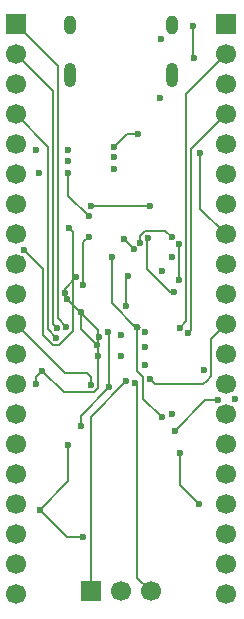
<source format=gbr>
%TF.GenerationSoftware,KiCad,Pcbnew,9.0.5*%
%TF.CreationDate,2025-11-18T21:13:20-05:00*%
%TF.ProjectId,JayBoard,4a617942-6f61-4726-942e-6b696361645f,rev?*%
%TF.SameCoordinates,Original*%
%TF.FileFunction,Copper,L2,Bot*%
%TF.FilePolarity,Positive*%
%FSLAX46Y46*%
G04 Gerber Fmt 4.6, Leading zero omitted, Abs format (unit mm)*
G04 Created by KiCad (PCBNEW 9.0.5) date 2025-11-18 21:13:20*
%MOMM*%
%LPD*%
G01*
G04 APERTURE LIST*
%TA.AperFunction,ComponentPad*%
%ADD10C,1.700000*%
%TD*%
%TA.AperFunction,ComponentPad*%
%ADD11R,1.700000X1.700000*%
%TD*%
%TA.AperFunction,HeatsinkPad*%
%ADD12O,1.000000X2.100000*%
%TD*%
%TA.AperFunction,HeatsinkPad*%
%ADD13O,1.000000X1.600000*%
%TD*%
%TA.AperFunction,ViaPad*%
%ADD14C,0.600000*%
%TD*%
%TA.AperFunction,Conductor*%
%ADD15C,0.200000*%
%TD*%
G04 APERTURE END LIST*
D10*
%TO.P,J2,20,Pin_20*%
%TO.N,GPIO15*%
X221930000Y-115570000D03*
%TO.P,J2,19,Pin_19*%
%TO.N,GPIO14*%
X221930000Y-113030000D03*
%TO.P,J2,18,Pin_18*%
%TO.N,GND*%
X221930000Y-110490000D03*
%TO.P,J2,17,Pin_17*%
%TO.N,GPIO13*%
X221930000Y-107950000D03*
%TO.P,J2,16,Pin_16*%
%TO.N,GPIO12*%
X221930000Y-105410000D03*
%TO.P,J2,15,Pin_15*%
%TO.N,GPIO11*%
X221930000Y-102870000D03*
%TO.P,J2,14,Pin_14*%
%TO.N,GPIO10*%
X221930000Y-100330000D03*
%TO.P,J2,13,Pin_13*%
%TO.N,GND*%
X221930000Y-97790000D03*
%TO.P,J2,12,Pin_12*%
%TO.N,GPIO9*%
X221930000Y-95250000D03*
%TO.P,J2,11,Pin_11*%
%TO.N,GPIO8*%
X221930000Y-92710000D03*
%TO.P,J2,10,Pin_10*%
%TO.N,GPIO7*%
X221930000Y-90170000D03*
%TO.P,J2,9,Pin_9*%
%TO.N,GPIO6*%
X221930000Y-87630000D03*
%TO.P,J2,8,Pin_8*%
%TO.N,GND*%
X221930000Y-85090000D03*
%TO.P,J2,7,Pin_7*%
%TO.N,GPIO5*%
X221930000Y-82550000D03*
%TO.P,J2,6,Pin_6*%
%TO.N,GPIO4*%
X221930000Y-80010000D03*
%TO.P,J2,5,Pin_5*%
%TO.N,GPIO3*%
X221930000Y-77470000D03*
%TO.P,J2,4,Pin_4*%
%TO.N,GPIO2*%
X221930000Y-74930000D03*
%TO.P,J2,3,Pin_3*%
%TO.N,GND*%
X221930000Y-72390000D03*
%TO.P,J2,2,Pin_2*%
%TO.N,GPIO1*%
X221930000Y-69850000D03*
D11*
%TO.P,J2,1,Pin_1*%
%TO.N,GPIO0*%
X221930000Y-67310000D03*
%TD*%
D12*
%TO.P,J1,S1,SHIELD*%
%TO.N,GND*%
X235140000Y-71570000D03*
D13*
X235140000Y-67390000D03*
D12*
X226500000Y-71570000D03*
D13*
X226500000Y-67390000D03*
%TD*%
D11*
%TO.P,J4,1,Pin_1*%
%TO.N,SWCLK*%
X228280000Y-115330000D03*
D10*
%TO.P,J4,2,Pin_2*%
%TO.N,GND*%
X230820000Y-115330000D03*
%TO.P,J4,3,Pin_3*%
%TO.N,SWD*%
X233360000Y-115330000D03*
%TD*%
D11*
%TO.P,J3,1,Pin_1*%
%TO.N,VBUS*%
X239710000Y-67310000D03*
D10*
%TO.P,J3,2,Pin_2*%
%TO.N,GPIO29_ADC3*%
X239710000Y-69850000D03*
%TO.P,J3,3,Pin_3*%
%TO.N,GND*%
X239710000Y-72390000D03*
%TO.P,J3,4,Pin_4*%
%TO.N,GPIO28_ADC2*%
X239710000Y-74930000D03*
%TO.P,J3,5,Pin_5*%
%TO.N,+3V3*%
X239710000Y-77470000D03*
%TO.P,J3,6,Pin_6*%
%TO.N,GPIO27_ADC1*%
X239710000Y-80010000D03*
%TO.P,J3,7,Pin_7*%
%TO.N,GPIO26_ADC0*%
X239710000Y-82550000D03*
%TO.P,J3,8,Pin_8*%
%TO.N,GND*%
X239710000Y-85090000D03*
%TO.P,J3,9,Pin_9*%
%TO.N,GPIO24*%
X239710000Y-87630000D03*
%TO.P,J3,10,Pin_10*%
%TO.N,GPIO23*%
X239710000Y-90170000D03*
%TO.P,J3,11,Pin_11*%
%TO.N,RUN*%
X239710000Y-92710000D03*
%TO.P,J3,12,Pin_12*%
%TO.N,GPIO22*%
X239710000Y-95250000D03*
%TO.P,J3,13,Pin_13*%
%TO.N,GND*%
X239710000Y-97790000D03*
%TO.P,J3,14,Pin_14*%
%TO.N,GPIO21*%
X239710000Y-100330000D03*
%TO.P,J3,15,Pin_15*%
%TO.N,GPIO20*%
X239710000Y-102870000D03*
%TO.P,J3,16,Pin_16*%
%TO.N,GPIO19*%
X239710000Y-105410000D03*
%TO.P,J3,17,Pin_17*%
%TO.N,GPIO18*%
X239710000Y-107950000D03*
%TO.P,J3,18,Pin_18*%
%TO.N,GND*%
X239710000Y-110490000D03*
%TO.P,J3,19,Pin_19*%
%TO.N,GPIO17*%
X239710000Y-113030000D03*
%TO.P,J3,20,Pin_20*%
%TO.N,GPIO16*%
X239710000Y-115570000D03*
%TD*%
D14*
%TO.N,GND*%
X235750000Y-85960000D03*
X235770000Y-88940000D03*
X227440000Y-101352000D03*
X237540000Y-78230000D03*
X232424498Y-85833972D03*
X235110000Y-85350000D03*
X222590000Y-86400000D03*
X228120000Y-83570000D03*
X232303587Y-76580609D03*
X237040000Y-70190000D03*
X227644265Y-89355735D03*
X226071000Y-90046627D03*
X228770000Y-94440000D03*
X235390000Y-101730000D03*
X235835000Y-103640000D03*
X237450000Y-107970000D03*
X229710000Y-93389000D03*
X223598163Y-97813308D03*
X227610000Y-110720000D03*
X226350000Y-102940000D03*
X223970000Y-108400000D03*
%TO.N,GPIO8*%
X228311075Y-97891021D03*
%TO.N,QSPI_SS*%
X233316726Y-82690000D03*
X228270000Y-82690000D03*
%TO.N,SWD*%
X232053101Y-97724572D03*
%TO.N,RUN*%
X233321180Y-97329257D03*
%TO.N,GPIO28_ADC2*%
X236507000Y-93440000D03*
%TO.N,SWCLK*%
X231268528Y-97539999D03*
%TO.N,GPIO29_ADC3*%
X235818236Y-93033049D03*
%TO.N,GPIO2*%
X225360000Y-93840000D03*
%TO.N,GPIO0*%
X226180053Y-92933738D03*
%TO.N,GPIO1*%
X225384263Y-93015734D03*
%TO.N,+1V1*%
X234270000Y-100590000D03*
X230035002Y-87047591D03*
X232208561Y-92940000D03*
%TO.N,+3V3*%
X231444387Y-88622083D03*
X233090000Y-85390000D03*
X231220000Y-91204082D03*
X235330000Y-89993231D03*
%TO.N,GND*%
X228870000Y-95390000D03*
X232871000Y-93390000D03*
X227024265Y-88735735D03*
X239040000Y-99140000D03*
X230270000Y-78590000D03*
X224178008Y-96640000D03*
X240445000Y-99040000D03*
X226370000Y-78890000D03*
X226470000Y-84590000D03*
X229832649Y-98054932D03*
X226370000Y-77990000D03*
X231931736Y-86326736D03*
X230270000Y-79590000D03*
X228135446Y-85290000D03*
X236945000Y-67440000D03*
X230820000Y-95440000D03*
X234345000Y-88240000D03*
X234145000Y-73540000D03*
X230270000Y-77690000D03*
X228970000Y-93790000D03*
X223870000Y-79890000D03*
X226370000Y-79890000D03*
X230870000Y-93590000D03*
X235145000Y-87040000D03*
X237860000Y-96546441D03*
X235170000Y-100290000D03*
X226270000Y-90590000D03*
X231070000Y-85490000D03*
X232871000Y-94680000D03*
X227470000Y-91690000D03*
X235770000Y-88940000D03*
X232871000Y-96150000D03*
X223670000Y-77990000D03*
X234245000Y-68540000D03*
%TD*%
D15*
%TO.N,GND*%
X235750000Y-85960000D02*
X235750000Y-88920000D01*
X235750000Y-88920000D02*
X235770000Y-88940000D01*
X227440000Y-101352000D02*
X227440000Y-100447581D01*
X227440000Y-100447581D02*
X229832649Y-98054932D01*
X224178008Y-96640000D02*
X226030029Y-98492021D01*
X228912075Y-98139964D02*
X228912075Y-93232075D01*
X228912075Y-93232075D02*
X226270000Y-90590000D01*
X226030029Y-98492021D02*
X228560018Y-98492021D01*
X228560018Y-98492021D02*
X228912075Y-98139964D01*
X228870000Y-95390000D02*
X228870000Y-93890000D01*
X228870000Y-93890000D02*
X228970000Y-93790000D01*
X237540000Y-78230000D02*
X237540000Y-82920000D01*
X237540000Y-82920000D02*
X239710000Y-85090000D01*
X234549000Y-84789000D02*
X232841057Y-84789000D01*
X235110000Y-85350000D02*
X234549000Y-84789000D01*
X232841057Y-84789000D02*
X232424498Y-85205559D01*
X232424498Y-85205559D02*
X232424498Y-85833972D01*
X224268000Y-88078000D02*
X224268000Y-93597943D01*
X222590000Y-86400000D02*
X224268000Y-88078000D01*
X224268000Y-93597943D02*
X225111057Y-94441000D01*
X225111057Y-94441000D02*
X225608943Y-94441000D01*
X225608943Y-94441000D02*
X226781053Y-93268890D01*
X226781053Y-93268890D02*
X226781053Y-84901053D01*
X226781053Y-84901053D02*
X226470000Y-84590000D01*
X228120000Y-83570000D02*
X226370000Y-81820000D01*
X226370000Y-81820000D02*
X226370000Y-79890000D01*
X232303587Y-76580609D02*
X231379391Y-76580609D01*
X231379391Y-76580609D02*
X230270000Y-77690000D01*
X237040000Y-70190000D02*
X236945000Y-70095000D01*
X236945000Y-70095000D02*
X236945000Y-67440000D01*
X227644265Y-89355735D02*
X227644265Y-85781181D01*
X227644265Y-85781181D02*
X228135446Y-85290000D01*
X226071000Y-90046627D02*
X226071000Y-89689000D01*
X226071000Y-89689000D02*
X227024265Y-88735735D01*
X227470000Y-93140000D02*
X227470000Y-91690000D01*
X228770000Y-94440000D02*
X227470000Y-93140000D01*
X235390000Y-101730000D02*
X237980000Y-99140000D01*
X237980000Y-99140000D02*
X239040000Y-99140000D01*
X235835000Y-106355000D02*
X235835000Y-103640000D01*
X237450000Y-107970000D02*
X235835000Y-106355000D01*
X229710000Y-93389000D02*
X229832649Y-93511649D01*
X229832649Y-93511649D02*
X229832649Y-98054932D01*
X223598163Y-97219845D02*
X224178008Y-96640000D01*
X223598163Y-97813308D02*
X223598163Y-97219845D01*
X227610000Y-110720000D02*
X226290000Y-110720000D01*
X226290000Y-110720000D02*
X223970000Y-108400000D01*
X226350000Y-106020000D02*
X226350000Y-102940000D01*
X223970000Y-108400000D02*
X226350000Y-106020000D01*
%TO.N,QSPI_SS*%
X228270000Y-82690000D02*
X233316726Y-82690000D01*
%TO.N,SWD*%
X232053101Y-97724572D02*
X232220417Y-97891888D01*
X232220417Y-97891888D02*
X232220417Y-114190417D01*
X232220417Y-114190417D02*
X233360000Y-115330000D01*
%TO.N,RUN*%
X233741923Y-97750000D02*
X237810000Y-97750000D01*
X237810000Y-97750000D02*
X238080000Y-97480000D01*
X238080000Y-97480000D02*
X238090000Y-97480000D01*
X238090000Y-97480000D02*
X238460000Y-97110000D01*
X233321180Y-97329257D02*
X233741923Y-97750000D01*
X238460000Y-97110000D02*
X238460000Y-93960000D01*
X238460000Y-93960000D02*
X239710000Y-92710000D01*
%TO.N,GPIO28_ADC2*%
X236770000Y-77870000D02*
X239710000Y-74930000D01*
X236770000Y-93177000D02*
X236770000Y-77870000D01*
X236507000Y-93440000D02*
X236770000Y-93177000D01*
%TO.N,SWCLK*%
X231268528Y-97539999D02*
X228280000Y-100528527D01*
X228280000Y-100528527D02*
X228280000Y-115330000D01*
%TO.N,GPIO29_ADC3*%
X236370000Y-73190000D02*
X239710000Y-69850000D01*
X236370000Y-92481285D02*
X236370000Y-73190000D01*
X235818236Y-93033049D02*
X236370000Y-92481285D01*
%TO.N,GPIO2*%
X225360000Y-93840000D02*
X224669000Y-93149000D01*
X224669000Y-77669000D02*
X221930000Y-74930000D01*
X224669000Y-93149000D02*
X224669000Y-77669000D01*
%TO.N,GPIO0*%
X225471000Y-92224685D02*
X225471000Y-70851000D01*
X226180053Y-92933738D02*
X225471000Y-92224685D01*
X225471000Y-70851000D02*
X221930000Y-67310000D01*
%TO.N,GPIO1*%
X225070000Y-72990000D02*
X221930000Y-69850000D01*
X225384263Y-93015734D02*
X225070000Y-92701471D01*
X225070000Y-92701471D02*
X225070000Y-72990000D01*
%TO.N,GPIO8*%
X227963641Y-96837307D02*
X226057307Y-96837307D01*
X228311075Y-97891021D02*
X228311075Y-97184741D01*
X226057307Y-96837307D02*
X221930000Y-92710000D01*
X228311075Y-97184741D02*
X227963641Y-96837307D01*
%TO.N,+1V1*%
X232170000Y-93090000D02*
X232320057Y-93090000D01*
X232020000Y-92940000D02*
X232208561Y-92940000D01*
X232320057Y-93090000D02*
X232445029Y-92965028D01*
X232720180Y-99040180D02*
X232720180Y-97190123D01*
X230035002Y-87047591D02*
X230035002Y-90955002D01*
X232208561Y-96678504D02*
X232208561Y-92940000D01*
X230120000Y-91040000D02*
X232020000Y-92940000D01*
X232720180Y-97190123D02*
X232208561Y-96678504D01*
X230035002Y-90955002D02*
X230120000Y-91040000D01*
X230120000Y-91040000D02*
X232170000Y-93090000D01*
X234270000Y-100590000D02*
X232720180Y-99040180D01*
%TO.N,+3V3*%
X231220000Y-91204082D02*
X231220000Y-88846470D01*
X234998231Y-89993231D02*
X235330000Y-89993231D01*
X231220000Y-88846470D02*
X231444387Y-88622083D01*
X233050000Y-85430000D02*
X233050000Y-88045000D01*
X233090000Y-85390000D02*
X233050000Y-85430000D01*
X233050000Y-88045000D02*
X234998231Y-89993231D01*
%TO.N,GND*%
X231095000Y-85490000D02*
X231931736Y-86326736D01*
X231070000Y-85490000D02*
X231095000Y-85490000D01*
%TD*%
M02*

</source>
